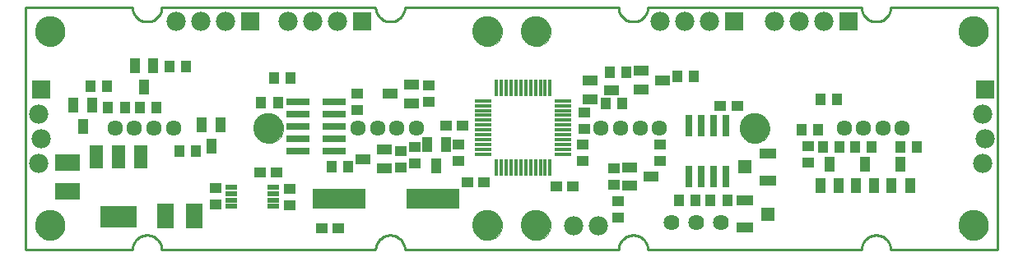
<source format=gts>
G75*
%MOIN*%
%OFA0B0*%
%FSLAX24Y24*%
%IPPOS*%
%LPD*%
%AMOC8*
5,1,8,0,0,1.08239X$1,22.5*
%
%ADD10C,0.0100*%
%ADD11C,0.0634*%
%ADD12C,0.0000*%
%ADD13C,0.1221*%
%ADD14R,0.0780X0.0780*%
%ADD15C,0.0780*%
%ADD16R,0.0473X0.0434*%
%ADD17R,0.0158X0.0670*%
%ADD18R,0.0670X0.0158*%
%ADD19R,0.0512X0.0217*%
%ADD20R,0.0520X0.0920*%
%ADD21R,0.1457X0.0906*%
%ADD22R,0.0940X0.0290*%
%ADD23R,0.0985X0.0670*%
%ADD24R,0.0670X0.0985*%
%ADD25R,0.0434X0.0473*%
%ADD26R,0.0280X0.0910*%
%ADD27R,0.0670X0.0394*%
%ADD28R,0.0552X0.0552*%
%ADD29R,0.2140X0.0800*%
%ADD30C,0.0640*%
%ADD31R,0.0434X0.0591*%
%ADD32R,0.0591X0.0434*%
D10*
X001503Y000583D02*
X001503Y010426D01*
X005834Y010426D01*
X005833Y010426D02*
X005835Y010380D01*
X005840Y010334D01*
X005849Y010288D01*
X005862Y010243D01*
X005878Y010200D01*
X005897Y010158D01*
X005920Y010117D01*
X005946Y010079D01*
X005975Y010042D01*
X006006Y010008D01*
X006040Y009977D01*
X006077Y009948D01*
X006115Y009922D01*
X006156Y009899D01*
X006198Y009880D01*
X006241Y009864D01*
X006286Y009851D01*
X006332Y009842D01*
X006378Y009837D01*
X006424Y009835D01*
X006470Y009837D01*
X006516Y009842D01*
X006562Y009851D01*
X006607Y009864D01*
X006650Y009880D01*
X006692Y009899D01*
X006733Y009922D01*
X006771Y009948D01*
X006808Y009977D01*
X006842Y010008D01*
X006873Y010042D01*
X006902Y010079D01*
X006928Y010117D01*
X006951Y010158D01*
X006970Y010200D01*
X006986Y010243D01*
X006999Y010288D01*
X007008Y010334D01*
X007013Y010380D01*
X007015Y010426D01*
X015676Y010426D01*
X015678Y010380D01*
X015683Y010334D01*
X015692Y010288D01*
X015705Y010243D01*
X015721Y010200D01*
X015740Y010158D01*
X015763Y010117D01*
X015789Y010079D01*
X015818Y010042D01*
X015849Y010008D01*
X015883Y009977D01*
X015920Y009948D01*
X015958Y009922D01*
X015999Y009899D01*
X016041Y009880D01*
X016084Y009864D01*
X016129Y009851D01*
X016175Y009842D01*
X016221Y009837D01*
X016267Y009835D01*
X016313Y009837D01*
X016359Y009842D01*
X016405Y009851D01*
X016450Y009864D01*
X016493Y009880D01*
X016535Y009899D01*
X016576Y009922D01*
X016614Y009948D01*
X016651Y009977D01*
X016685Y010008D01*
X016716Y010042D01*
X016745Y010079D01*
X016771Y010117D01*
X016794Y010158D01*
X016813Y010200D01*
X016829Y010243D01*
X016842Y010288D01*
X016851Y010334D01*
X016856Y010380D01*
X016858Y010426D01*
X016857Y010426D02*
X025519Y010426D01*
X025518Y010426D02*
X025520Y010380D01*
X025525Y010334D01*
X025534Y010288D01*
X025547Y010243D01*
X025563Y010200D01*
X025582Y010158D01*
X025605Y010117D01*
X025631Y010079D01*
X025660Y010042D01*
X025691Y010008D01*
X025725Y009977D01*
X025762Y009948D01*
X025800Y009922D01*
X025841Y009899D01*
X025883Y009880D01*
X025926Y009864D01*
X025971Y009851D01*
X026017Y009842D01*
X026063Y009837D01*
X026109Y009835D01*
X026155Y009837D01*
X026201Y009842D01*
X026247Y009851D01*
X026292Y009864D01*
X026335Y009880D01*
X026377Y009899D01*
X026418Y009922D01*
X026456Y009948D01*
X026493Y009977D01*
X026527Y010008D01*
X026558Y010042D01*
X026587Y010079D01*
X026613Y010117D01*
X026636Y010158D01*
X026655Y010200D01*
X026671Y010243D01*
X026684Y010288D01*
X026693Y010334D01*
X026698Y010380D01*
X026700Y010426D01*
X035361Y010426D01*
X035363Y010380D01*
X035368Y010334D01*
X035377Y010288D01*
X035390Y010243D01*
X035406Y010200D01*
X035425Y010158D01*
X035448Y010117D01*
X035474Y010079D01*
X035503Y010042D01*
X035534Y010008D01*
X035568Y009977D01*
X035605Y009948D01*
X035643Y009922D01*
X035684Y009899D01*
X035726Y009880D01*
X035769Y009864D01*
X035814Y009851D01*
X035860Y009842D01*
X035906Y009837D01*
X035952Y009835D01*
X035998Y009837D01*
X036044Y009842D01*
X036090Y009851D01*
X036135Y009864D01*
X036178Y009880D01*
X036220Y009899D01*
X036261Y009922D01*
X036299Y009948D01*
X036336Y009977D01*
X036370Y010008D01*
X036401Y010042D01*
X036430Y010079D01*
X036456Y010117D01*
X036479Y010158D01*
X036498Y010200D01*
X036514Y010243D01*
X036527Y010288D01*
X036536Y010334D01*
X036541Y010380D01*
X036543Y010426D01*
X036542Y010426D02*
X040873Y010426D01*
X040873Y000583D01*
X036542Y000583D01*
X036543Y000583D02*
X036541Y000629D01*
X036536Y000675D01*
X036527Y000721D01*
X036514Y000766D01*
X036498Y000809D01*
X036479Y000851D01*
X036456Y000892D01*
X036430Y000930D01*
X036401Y000967D01*
X036370Y001001D01*
X036336Y001032D01*
X036299Y001061D01*
X036261Y001087D01*
X036220Y001110D01*
X036178Y001129D01*
X036135Y001145D01*
X036090Y001158D01*
X036044Y001167D01*
X035998Y001172D01*
X035952Y001174D01*
X035906Y001172D01*
X035860Y001167D01*
X035814Y001158D01*
X035769Y001145D01*
X035726Y001129D01*
X035684Y001110D01*
X035643Y001087D01*
X035605Y001061D01*
X035568Y001032D01*
X035534Y001001D01*
X035503Y000967D01*
X035474Y000930D01*
X035448Y000892D01*
X035425Y000851D01*
X035406Y000809D01*
X035390Y000766D01*
X035377Y000721D01*
X035368Y000675D01*
X035363Y000629D01*
X035361Y000583D01*
X026700Y000583D01*
X026698Y000629D01*
X026693Y000675D01*
X026684Y000721D01*
X026671Y000766D01*
X026655Y000809D01*
X026636Y000851D01*
X026613Y000892D01*
X026587Y000930D01*
X026558Y000967D01*
X026527Y001001D01*
X026493Y001032D01*
X026456Y001061D01*
X026418Y001087D01*
X026377Y001110D01*
X026335Y001129D01*
X026292Y001145D01*
X026247Y001158D01*
X026201Y001167D01*
X026155Y001172D01*
X026109Y001174D01*
X026063Y001172D01*
X026017Y001167D01*
X025971Y001158D01*
X025926Y001145D01*
X025883Y001129D01*
X025841Y001110D01*
X025800Y001087D01*
X025762Y001061D01*
X025725Y001032D01*
X025691Y001001D01*
X025660Y000967D01*
X025631Y000930D01*
X025605Y000892D01*
X025582Y000851D01*
X025563Y000809D01*
X025547Y000766D01*
X025534Y000721D01*
X025525Y000675D01*
X025520Y000629D01*
X025518Y000583D01*
X025519Y000583D02*
X016857Y000583D01*
X016858Y000583D02*
X016856Y000629D01*
X016851Y000675D01*
X016842Y000721D01*
X016829Y000766D01*
X016813Y000809D01*
X016794Y000851D01*
X016771Y000892D01*
X016745Y000930D01*
X016716Y000967D01*
X016685Y001001D01*
X016651Y001032D01*
X016614Y001061D01*
X016576Y001087D01*
X016535Y001110D01*
X016493Y001129D01*
X016450Y001145D01*
X016405Y001158D01*
X016359Y001167D01*
X016313Y001172D01*
X016267Y001174D01*
X016221Y001172D01*
X016175Y001167D01*
X016129Y001158D01*
X016084Y001145D01*
X016041Y001129D01*
X015999Y001110D01*
X015958Y001087D01*
X015920Y001061D01*
X015883Y001032D01*
X015849Y001001D01*
X015818Y000967D01*
X015789Y000930D01*
X015763Y000892D01*
X015740Y000851D01*
X015721Y000809D01*
X015705Y000766D01*
X015692Y000721D01*
X015683Y000675D01*
X015678Y000629D01*
X015676Y000583D01*
X007015Y000583D01*
X007013Y000629D01*
X007008Y000675D01*
X006999Y000721D01*
X006986Y000766D01*
X006970Y000809D01*
X006951Y000851D01*
X006928Y000892D01*
X006902Y000930D01*
X006873Y000967D01*
X006842Y001001D01*
X006808Y001032D01*
X006771Y001061D01*
X006733Y001087D01*
X006692Y001110D01*
X006650Y001129D01*
X006607Y001145D01*
X006562Y001158D01*
X006516Y001167D01*
X006470Y001172D01*
X006424Y001174D01*
X006378Y001172D01*
X006332Y001167D01*
X006286Y001158D01*
X006241Y001145D01*
X006198Y001129D01*
X006156Y001110D01*
X006115Y001087D01*
X006077Y001061D01*
X006040Y001032D01*
X006006Y001001D01*
X005975Y000967D01*
X005946Y000930D01*
X005920Y000892D01*
X005897Y000851D01*
X005878Y000809D01*
X005862Y000766D01*
X005849Y000721D01*
X005840Y000675D01*
X005835Y000629D01*
X005833Y000583D01*
X005834Y000583D02*
X001503Y000583D01*
D11*
X005125Y005505D03*
X005912Y005505D03*
X006700Y005505D03*
X007487Y005505D03*
X014968Y005505D03*
X015755Y005505D03*
X016542Y005505D03*
X017330Y005505D03*
X024810Y005505D03*
X025597Y005505D03*
X026385Y005505D03*
X027172Y005505D03*
X034653Y005505D03*
X035440Y005505D03*
X036227Y005505D03*
X037015Y005505D03*
D12*
X030440Y005505D02*
X030442Y005553D01*
X030448Y005601D01*
X030458Y005648D01*
X030471Y005694D01*
X030489Y005739D01*
X030509Y005783D01*
X030534Y005825D01*
X030562Y005864D01*
X030592Y005901D01*
X030626Y005935D01*
X030663Y005967D01*
X030701Y005996D01*
X030742Y006021D01*
X030785Y006043D01*
X030830Y006061D01*
X030876Y006075D01*
X030923Y006086D01*
X030971Y006093D01*
X031019Y006096D01*
X031067Y006095D01*
X031115Y006090D01*
X031163Y006081D01*
X031209Y006069D01*
X031254Y006052D01*
X031298Y006032D01*
X031340Y006009D01*
X031380Y005982D01*
X031418Y005952D01*
X031453Y005919D01*
X031485Y005883D01*
X031515Y005845D01*
X031541Y005804D01*
X031563Y005761D01*
X031583Y005717D01*
X031598Y005672D01*
X031610Y005625D01*
X031618Y005577D01*
X031622Y005529D01*
X031622Y005481D01*
X031618Y005433D01*
X031610Y005385D01*
X031598Y005338D01*
X031583Y005293D01*
X031563Y005249D01*
X031541Y005206D01*
X031515Y005165D01*
X031485Y005127D01*
X031453Y005091D01*
X031418Y005058D01*
X031380Y005028D01*
X031340Y005001D01*
X031298Y004978D01*
X031254Y004958D01*
X031209Y004941D01*
X031163Y004929D01*
X031115Y004920D01*
X031067Y004915D01*
X031019Y004914D01*
X030971Y004917D01*
X030923Y004924D01*
X030876Y004935D01*
X030830Y004949D01*
X030785Y004967D01*
X030742Y004989D01*
X030701Y005014D01*
X030663Y005043D01*
X030626Y005075D01*
X030592Y005109D01*
X030562Y005146D01*
X030534Y005185D01*
X030509Y005227D01*
X030489Y005271D01*
X030471Y005316D01*
X030458Y005362D01*
X030448Y005409D01*
X030442Y005457D01*
X030440Y005505D01*
X021581Y009442D02*
X021583Y009490D01*
X021589Y009538D01*
X021599Y009585D01*
X021612Y009631D01*
X021630Y009676D01*
X021650Y009720D01*
X021675Y009762D01*
X021703Y009801D01*
X021733Y009838D01*
X021767Y009872D01*
X021804Y009904D01*
X021842Y009933D01*
X021883Y009958D01*
X021926Y009980D01*
X021971Y009998D01*
X022017Y010012D01*
X022064Y010023D01*
X022112Y010030D01*
X022160Y010033D01*
X022208Y010032D01*
X022256Y010027D01*
X022304Y010018D01*
X022350Y010006D01*
X022395Y009989D01*
X022439Y009969D01*
X022481Y009946D01*
X022521Y009919D01*
X022559Y009889D01*
X022594Y009856D01*
X022626Y009820D01*
X022656Y009782D01*
X022682Y009741D01*
X022704Y009698D01*
X022724Y009654D01*
X022739Y009609D01*
X022751Y009562D01*
X022759Y009514D01*
X022763Y009466D01*
X022763Y009418D01*
X022759Y009370D01*
X022751Y009322D01*
X022739Y009275D01*
X022724Y009230D01*
X022704Y009186D01*
X022682Y009143D01*
X022656Y009102D01*
X022626Y009064D01*
X022594Y009028D01*
X022559Y008995D01*
X022521Y008965D01*
X022481Y008938D01*
X022439Y008915D01*
X022395Y008895D01*
X022350Y008878D01*
X022304Y008866D01*
X022256Y008857D01*
X022208Y008852D01*
X022160Y008851D01*
X022112Y008854D01*
X022064Y008861D01*
X022017Y008872D01*
X021971Y008886D01*
X021926Y008904D01*
X021883Y008926D01*
X021842Y008951D01*
X021804Y008980D01*
X021767Y009012D01*
X021733Y009046D01*
X021703Y009083D01*
X021675Y009122D01*
X021650Y009164D01*
X021630Y009208D01*
X021612Y009253D01*
X021599Y009299D01*
X021589Y009346D01*
X021583Y009394D01*
X021581Y009442D01*
X019613Y009442D02*
X019615Y009490D01*
X019621Y009538D01*
X019631Y009585D01*
X019644Y009631D01*
X019662Y009676D01*
X019682Y009720D01*
X019707Y009762D01*
X019735Y009801D01*
X019765Y009838D01*
X019799Y009872D01*
X019836Y009904D01*
X019874Y009933D01*
X019915Y009958D01*
X019958Y009980D01*
X020003Y009998D01*
X020049Y010012D01*
X020096Y010023D01*
X020144Y010030D01*
X020192Y010033D01*
X020240Y010032D01*
X020288Y010027D01*
X020336Y010018D01*
X020382Y010006D01*
X020427Y009989D01*
X020471Y009969D01*
X020513Y009946D01*
X020553Y009919D01*
X020591Y009889D01*
X020626Y009856D01*
X020658Y009820D01*
X020688Y009782D01*
X020714Y009741D01*
X020736Y009698D01*
X020756Y009654D01*
X020771Y009609D01*
X020783Y009562D01*
X020791Y009514D01*
X020795Y009466D01*
X020795Y009418D01*
X020791Y009370D01*
X020783Y009322D01*
X020771Y009275D01*
X020756Y009230D01*
X020736Y009186D01*
X020714Y009143D01*
X020688Y009102D01*
X020658Y009064D01*
X020626Y009028D01*
X020591Y008995D01*
X020553Y008965D01*
X020513Y008938D01*
X020471Y008915D01*
X020427Y008895D01*
X020382Y008878D01*
X020336Y008866D01*
X020288Y008857D01*
X020240Y008852D01*
X020192Y008851D01*
X020144Y008854D01*
X020096Y008861D01*
X020049Y008872D01*
X020003Y008886D01*
X019958Y008904D01*
X019915Y008926D01*
X019874Y008951D01*
X019836Y008980D01*
X019799Y009012D01*
X019765Y009046D01*
X019735Y009083D01*
X019707Y009122D01*
X019682Y009164D01*
X019662Y009208D01*
X019644Y009253D01*
X019631Y009299D01*
X019621Y009346D01*
X019615Y009394D01*
X019613Y009442D01*
X010754Y005505D02*
X010756Y005553D01*
X010762Y005601D01*
X010772Y005648D01*
X010785Y005694D01*
X010803Y005739D01*
X010823Y005783D01*
X010848Y005825D01*
X010876Y005864D01*
X010906Y005901D01*
X010940Y005935D01*
X010977Y005967D01*
X011015Y005996D01*
X011056Y006021D01*
X011099Y006043D01*
X011144Y006061D01*
X011190Y006075D01*
X011237Y006086D01*
X011285Y006093D01*
X011333Y006096D01*
X011381Y006095D01*
X011429Y006090D01*
X011477Y006081D01*
X011523Y006069D01*
X011568Y006052D01*
X011612Y006032D01*
X011654Y006009D01*
X011694Y005982D01*
X011732Y005952D01*
X011767Y005919D01*
X011799Y005883D01*
X011829Y005845D01*
X011855Y005804D01*
X011877Y005761D01*
X011897Y005717D01*
X011912Y005672D01*
X011924Y005625D01*
X011932Y005577D01*
X011936Y005529D01*
X011936Y005481D01*
X011932Y005433D01*
X011924Y005385D01*
X011912Y005338D01*
X011897Y005293D01*
X011877Y005249D01*
X011855Y005206D01*
X011829Y005165D01*
X011799Y005127D01*
X011767Y005091D01*
X011732Y005058D01*
X011694Y005028D01*
X011654Y005001D01*
X011612Y004978D01*
X011568Y004958D01*
X011523Y004941D01*
X011477Y004929D01*
X011429Y004920D01*
X011381Y004915D01*
X011333Y004914D01*
X011285Y004917D01*
X011237Y004924D01*
X011190Y004935D01*
X011144Y004949D01*
X011099Y004967D01*
X011056Y004989D01*
X011015Y005014D01*
X010977Y005043D01*
X010940Y005075D01*
X010906Y005109D01*
X010876Y005146D01*
X010848Y005185D01*
X010823Y005227D01*
X010803Y005271D01*
X010785Y005316D01*
X010772Y005362D01*
X010762Y005409D01*
X010756Y005457D01*
X010754Y005505D01*
X001896Y009442D02*
X001898Y009490D01*
X001904Y009538D01*
X001914Y009585D01*
X001927Y009631D01*
X001945Y009676D01*
X001965Y009720D01*
X001990Y009762D01*
X002018Y009801D01*
X002048Y009838D01*
X002082Y009872D01*
X002119Y009904D01*
X002157Y009933D01*
X002198Y009958D01*
X002241Y009980D01*
X002286Y009998D01*
X002332Y010012D01*
X002379Y010023D01*
X002427Y010030D01*
X002475Y010033D01*
X002523Y010032D01*
X002571Y010027D01*
X002619Y010018D01*
X002665Y010006D01*
X002710Y009989D01*
X002754Y009969D01*
X002796Y009946D01*
X002836Y009919D01*
X002874Y009889D01*
X002909Y009856D01*
X002941Y009820D01*
X002971Y009782D01*
X002997Y009741D01*
X003019Y009698D01*
X003039Y009654D01*
X003054Y009609D01*
X003066Y009562D01*
X003074Y009514D01*
X003078Y009466D01*
X003078Y009418D01*
X003074Y009370D01*
X003066Y009322D01*
X003054Y009275D01*
X003039Y009230D01*
X003019Y009186D01*
X002997Y009143D01*
X002971Y009102D01*
X002941Y009064D01*
X002909Y009028D01*
X002874Y008995D01*
X002836Y008965D01*
X002796Y008938D01*
X002754Y008915D01*
X002710Y008895D01*
X002665Y008878D01*
X002619Y008866D01*
X002571Y008857D01*
X002523Y008852D01*
X002475Y008851D01*
X002427Y008854D01*
X002379Y008861D01*
X002332Y008872D01*
X002286Y008886D01*
X002241Y008904D01*
X002198Y008926D01*
X002157Y008951D01*
X002119Y008980D01*
X002082Y009012D01*
X002048Y009046D01*
X002018Y009083D01*
X001990Y009122D01*
X001965Y009164D01*
X001945Y009208D01*
X001927Y009253D01*
X001914Y009299D01*
X001904Y009346D01*
X001898Y009394D01*
X001896Y009442D01*
X001896Y001568D02*
X001898Y001616D01*
X001904Y001664D01*
X001914Y001711D01*
X001927Y001757D01*
X001945Y001802D01*
X001965Y001846D01*
X001990Y001888D01*
X002018Y001927D01*
X002048Y001964D01*
X002082Y001998D01*
X002119Y002030D01*
X002157Y002059D01*
X002198Y002084D01*
X002241Y002106D01*
X002286Y002124D01*
X002332Y002138D01*
X002379Y002149D01*
X002427Y002156D01*
X002475Y002159D01*
X002523Y002158D01*
X002571Y002153D01*
X002619Y002144D01*
X002665Y002132D01*
X002710Y002115D01*
X002754Y002095D01*
X002796Y002072D01*
X002836Y002045D01*
X002874Y002015D01*
X002909Y001982D01*
X002941Y001946D01*
X002971Y001908D01*
X002997Y001867D01*
X003019Y001824D01*
X003039Y001780D01*
X003054Y001735D01*
X003066Y001688D01*
X003074Y001640D01*
X003078Y001592D01*
X003078Y001544D01*
X003074Y001496D01*
X003066Y001448D01*
X003054Y001401D01*
X003039Y001356D01*
X003019Y001312D01*
X002997Y001269D01*
X002971Y001228D01*
X002941Y001190D01*
X002909Y001154D01*
X002874Y001121D01*
X002836Y001091D01*
X002796Y001064D01*
X002754Y001041D01*
X002710Y001021D01*
X002665Y001004D01*
X002619Y000992D01*
X002571Y000983D01*
X002523Y000978D01*
X002475Y000977D01*
X002427Y000980D01*
X002379Y000987D01*
X002332Y000998D01*
X002286Y001012D01*
X002241Y001030D01*
X002198Y001052D01*
X002157Y001077D01*
X002119Y001106D01*
X002082Y001138D01*
X002048Y001172D01*
X002018Y001209D01*
X001990Y001248D01*
X001965Y001290D01*
X001945Y001334D01*
X001927Y001379D01*
X001914Y001425D01*
X001904Y001472D01*
X001898Y001520D01*
X001896Y001568D01*
X019613Y001568D02*
X019615Y001616D01*
X019621Y001664D01*
X019631Y001711D01*
X019644Y001757D01*
X019662Y001802D01*
X019682Y001846D01*
X019707Y001888D01*
X019735Y001927D01*
X019765Y001964D01*
X019799Y001998D01*
X019836Y002030D01*
X019874Y002059D01*
X019915Y002084D01*
X019958Y002106D01*
X020003Y002124D01*
X020049Y002138D01*
X020096Y002149D01*
X020144Y002156D01*
X020192Y002159D01*
X020240Y002158D01*
X020288Y002153D01*
X020336Y002144D01*
X020382Y002132D01*
X020427Y002115D01*
X020471Y002095D01*
X020513Y002072D01*
X020553Y002045D01*
X020591Y002015D01*
X020626Y001982D01*
X020658Y001946D01*
X020688Y001908D01*
X020714Y001867D01*
X020736Y001824D01*
X020756Y001780D01*
X020771Y001735D01*
X020783Y001688D01*
X020791Y001640D01*
X020795Y001592D01*
X020795Y001544D01*
X020791Y001496D01*
X020783Y001448D01*
X020771Y001401D01*
X020756Y001356D01*
X020736Y001312D01*
X020714Y001269D01*
X020688Y001228D01*
X020658Y001190D01*
X020626Y001154D01*
X020591Y001121D01*
X020553Y001091D01*
X020513Y001064D01*
X020471Y001041D01*
X020427Y001021D01*
X020382Y001004D01*
X020336Y000992D01*
X020288Y000983D01*
X020240Y000978D01*
X020192Y000977D01*
X020144Y000980D01*
X020096Y000987D01*
X020049Y000998D01*
X020003Y001012D01*
X019958Y001030D01*
X019915Y001052D01*
X019874Y001077D01*
X019836Y001106D01*
X019799Y001138D01*
X019765Y001172D01*
X019735Y001209D01*
X019707Y001248D01*
X019682Y001290D01*
X019662Y001334D01*
X019644Y001379D01*
X019631Y001425D01*
X019621Y001472D01*
X019615Y001520D01*
X019613Y001568D01*
X021581Y001568D02*
X021583Y001616D01*
X021589Y001664D01*
X021599Y001711D01*
X021612Y001757D01*
X021630Y001802D01*
X021650Y001846D01*
X021675Y001888D01*
X021703Y001927D01*
X021733Y001964D01*
X021767Y001998D01*
X021804Y002030D01*
X021842Y002059D01*
X021883Y002084D01*
X021926Y002106D01*
X021971Y002124D01*
X022017Y002138D01*
X022064Y002149D01*
X022112Y002156D01*
X022160Y002159D01*
X022208Y002158D01*
X022256Y002153D01*
X022304Y002144D01*
X022350Y002132D01*
X022395Y002115D01*
X022439Y002095D01*
X022481Y002072D01*
X022521Y002045D01*
X022559Y002015D01*
X022594Y001982D01*
X022626Y001946D01*
X022656Y001908D01*
X022682Y001867D01*
X022704Y001824D01*
X022724Y001780D01*
X022739Y001735D01*
X022751Y001688D01*
X022759Y001640D01*
X022763Y001592D01*
X022763Y001544D01*
X022759Y001496D01*
X022751Y001448D01*
X022739Y001401D01*
X022724Y001356D01*
X022704Y001312D01*
X022682Y001269D01*
X022656Y001228D01*
X022626Y001190D01*
X022594Y001154D01*
X022559Y001121D01*
X022521Y001091D01*
X022481Y001064D01*
X022439Y001041D01*
X022395Y001021D01*
X022350Y001004D01*
X022304Y000992D01*
X022256Y000983D01*
X022208Y000978D01*
X022160Y000977D01*
X022112Y000980D01*
X022064Y000987D01*
X022017Y000998D01*
X021971Y001012D01*
X021926Y001030D01*
X021883Y001052D01*
X021842Y001077D01*
X021804Y001106D01*
X021767Y001138D01*
X021733Y001172D01*
X021703Y001209D01*
X021675Y001248D01*
X021650Y001290D01*
X021630Y001334D01*
X021612Y001379D01*
X021599Y001425D01*
X021589Y001472D01*
X021583Y001520D01*
X021581Y001568D01*
X039298Y001568D02*
X039300Y001616D01*
X039306Y001664D01*
X039316Y001711D01*
X039329Y001757D01*
X039347Y001802D01*
X039367Y001846D01*
X039392Y001888D01*
X039420Y001927D01*
X039450Y001964D01*
X039484Y001998D01*
X039521Y002030D01*
X039559Y002059D01*
X039600Y002084D01*
X039643Y002106D01*
X039688Y002124D01*
X039734Y002138D01*
X039781Y002149D01*
X039829Y002156D01*
X039877Y002159D01*
X039925Y002158D01*
X039973Y002153D01*
X040021Y002144D01*
X040067Y002132D01*
X040112Y002115D01*
X040156Y002095D01*
X040198Y002072D01*
X040238Y002045D01*
X040276Y002015D01*
X040311Y001982D01*
X040343Y001946D01*
X040373Y001908D01*
X040399Y001867D01*
X040421Y001824D01*
X040441Y001780D01*
X040456Y001735D01*
X040468Y001688D01*
X040476Y001640D01*
X040480Y001592D01*
X040480Y001544D01*
X040476Y001496D01*
X040468Y001448D01*
X040456Y001401D01*
X040441Y001356D01*
X040421Y001312D01*
X040399Y001269D01*
X040373Y001228D01*
X040343Y001190D01*
X040311Y001154D01*
X040276Y001121D01*
X040238Y001091D01*
X040198Y001064D01*
X040156Y001041D01*
X040112Y001021D01*
X040067Y001004D01*
X040021Y000992D01*
X039973Y000983D01*
X039925Y000978D01*
X039877Y000977D01*
X039829Y000980D01*
X039781Y000987D01*
X039734Y000998D01*
X039688Y001012D01*
X039643Y001030D01*
X039600Y001052D01*
X039559Y001077D01*
X039521Y001106D01*
X039484Y001138D01*
X039450Y001172D01*
X039420Y001209D01*
X039392Y001248D01*
X039367Y001290D01*
X039347Y001334D01*
X039329Y001379D01*
X039316Y001425D01*
X039306Y001472D01*
X039300Y001520D01*
X039298Y001568D01*
X039298Y009442D02*
X039300Y009490D01*
X039306Y009538D01*
X039316Y009585D01*
X039329Y009631D01*
X039347Y009676D01*
X039367Y009720D01*
X039392Y009762D01*
X039420Y009801D01*
X039450Y009838D01*
X039484Y009872D01*
X039521Y009904D01*
X039559Y009933D01*
X039600Y009958D01*
X039643Y009980D01*
X039688Y009998D01*
X039734Y010012D01*
X039781Y010023D01*
X039829Y010030D01*
X039877Y010033D01*
X039925Y010032D01*
X039973Y010027D01*
X040021Y010018D01*
X040067Y010006D01*
X040112Y009989D01*
X040156Y009969D01*
X040198Y009946D01*
X040238Y009919D01*
X040276Y009889D01*
X040311Y009856D01*
X040343Y009820D01*
X040373Y009782D01*
X040399Y009741D01*
X040421Y009698D01*
X040441Y009654D01*
X040456Y009609D01*
X040468Y009562D01*
X040476Y009514D01*
X040480Y009466D01*
X040480Y009418D01*
X040476Y009370D01*
X040468Y009322D01*
X040456Y009275D01*
X040441Y009230D01*
X040421Y009186D01*
X040399Y009143D01*
X040373Y009102D01*
X040343Y009064D01*
X040311Y009028D01*
X040276Y008995D01*
X040238Y008965D01*
X040198Y008938D01*
X040156Y008915D01*
X040112Y008895D01*
X040067Y008878D01*
X040021Y008866D01*
X039973Y008857D01*
X039925Y008852D01*
X039877Y008851D01*
X039829Y008854D01*
X039781Y008861D01*
X039734Y008872D01*
X039688Y008886D01*
X039643Y008904D01*
X039600Y008926D01*
X039559Y008951D01*
X039521Y008980D01*
X039484Y009012D01*
X039450Y009046D01*
X039420Y009083D01*
X039392Y009122D01*
X039367Y009164D01*
X039347Y009208D01*
X039329Y009253D01*
X039316Y009299D01*
X039306Y009346D01*
X039300Y009394D01*
X039298Y009442D01*
D13*
X039889Y009442D03*
X031031Y005505D03*
X022172Y009442D03*
X020204Y009442D03*
X011345Y005505D03*
X002487Y009442D03*
X002487Y001568D03*
X020204Y001568D03*
X022172Y001568D03*
X039889Y001568D03*
D14*
X040353Y007083D03*
X034823Y009863D03*
X030183Y009863D03*
X015143Y009863D03*
X010583Y009863D03*
X002133Y007083D03*
D15*
X002033Y006083D03*
X002133Y005083D03*
X002033Y004083D03*
X007583Y009863D03*
X008583Y009863D03*
X009583Y009863D03*
X012143Y009863D03*
X013143Y009863D03*
X014143Y009863D03*
X027183Y009863D03*
X028183Y009863D03*
X029183Y009863D03*
X031823Y009863D03*
X032823Y009863D03*
X033823Y009863D03*
X040253Y006083D03*
X040353Y005083D03*
X040253Y004083D03*
X024683Y001550D03*
X023683Y001550D03*
D16*
X025503Y001889D03*
X025503Y002558D03*
X025343Y003209D03*
X023678Y003143D03*
X023008Y003143D03*
X025343Y003878D03*
X024063Y004169D03*
X024063Y004838D03*
X024123Y005489D03*
X024123Y006158D03*
X027183Y004838D03*
X027183Y004169D03*
X033203Y004129D03*
X033203Y004798D03*
X030318Y006423D03*
X029648Y006423D03*
X020078Y003303D03*
X019408Y003303D03*
X017263Y004089D03*
X016703Y003929D03*
X016703Y004598D03*
X017263Y004758D03*
X019023Y004838D03*
X019023Y004169D03*
X019198Y005623D03*
X018528Y005623D03*
X017825Y006569D03*
X017825Y007238D03*
X014943Y006918D03*
X014943Y006249D03*
X011678Y003703D03*
X011008Y003703D03*
X012203Y003038D03*
X012203Y002369D03*
X013488Y001463D03*
X014158Y001463D03*
X009203Y002409D03*
X009203Y003078D03*
D17*
X020580Y003929D03*
X020777Y003929D03*
X020974Y003929D03*
X021171Y003929D03*
X021368Y003929D03*
X021565Y003929D03*
X021761Y003929D03*
X021958Y003929D03*
X022155Y003929D03*
X022352Y003929D03*
X022549Y003929D03*
X022746Y003929D03*
X022746Y007158D03*
X022549Y007158D03*
X022352Y007158D03*
X022155Y007158D03*
X021958Y007158D03*
X021761Y007158D03*
X021565Y007158D03*
X021368Y007158D03*
X021171Y007158D03*
X020974Y007158D03*
X020777Y007158D03*
X020580Y007158D03*
D18*
X020049Y006626D03*
X020049Y006429D03*
X020049Y006232D03*
X020049Y006036D03*
X020049Y005839D03*
X020049Y005642D03*
X020049Y005445D03*
X020049Y005248D03*
X020049Y005051D03*
X020049Y004854D03*
X020049Y004658D03*
X020049Y004461D03*
X023277Y004461D03*
X023277Y004658D03*
X023277Y004854D03*
X023277Y005051D03*
X023277Y005248D03*
X023277Y005445D03*
X023277Y005642D03*
X023277Y005839D03*
X023277Y006036D03*
X023277Y006232D03*
X023277Y006429D03*
X023277Y006626D03*
D19*
X011535Y003103D03*
X011535Y002847D03*
X011535Y002591D03*
X011535Y002335D03*
X009823Y002335D03*
X009823Y002591D03*
X009823Y002847D03*
X009823Y003103D03*
D20*
X006173Y004363D03*
X005263Y004363D03*
X004353Y004363D03*
D21*
X005263Y001923D03*
D22*
X012539Y004597D03*
X013989Y004597D03*
X013989Y005097D03*
X012539Y005097D03*
X012539Y005597D03*
X013989Y005597D03*
X013989Y006097D03*
X012539Y006097D03*
X012539Y006597D03*
X013989Y006597D03*
D23*
X003183Y004134D03*
X003183Y002953D03*
D24*
X007152Y001943D03*
X008334Y001943D03*
D25*
X013888Y003943D03*
X014558Y003943D03*
X008398Y004583D03*
X007728Y004583D03*
X006798Y006343D03*
X006128Y006343D03*
X005518Y006343D03*
X004848Y006343D03*
X004798Y007223D03*
X004128Y007223D03*
X007328Y008023D03*
X007998Y008023D03*
X011568Y007543D03*
X012238Y007543D03*
X011718Y006543D03*
X011048Y006543D03*
X025008Y006503D03*
X025678Y006503D03*
X027888Y007623D03*
X028558Y007623D03*
X025838Y007783D03*
X025168Y007783D03*
X032928Y005463D03*
X033598Y005463D03*
X033808Y004743D03*
X034478Y004743D03*
X035088Y004743D03*
X035758Y004743D03*
X036928Y004743D03*
X037598Y004743D03*
X034358Y006683D03*
X033688Y006683D03*
X029918Y002583D03*
X029248Y002583D03*
X028638Y002583D03*
X027968Y002583D03*
D26*
X028353Y003553D03*
X028853Y003553D03*
X029353Y003553D03*
X029853Y003553D03*
X029853Y005613D03*
X029353Y005613D03*
X028853Y005613D03*
X028353Y005613D03*
D27*
X031581Y004495D03*
X031581Y003392D03*
X030625Y002575D03*
X030625Y001472D03*
D28*
X031581Y002023D03*
X030625Y003943D03*
D29*
X018003Y002663D03*
X014203Y002663D03*
D30*
X027654Y001670D03*
X028654Y001670D03*
X029654Y001670D03*
D31*
X033689Y003190D03*
X034437Y003190D03*
X035129Y003190D03*
X035877Y003190D03*
X036569Y003190D03*
X037317Y003190D03*
X036943Y004056D03*
X035503Y004056D03*
X034063Y004056D03*
X018517Y004856D03*
X017769Y004856D03*
X018143Y003990D03*
X009397Y005656D03*
X008649Y005656D03*
X009023Y004790D03*
X003823Y005590D03*
X004197Y006456D03*
X003449Y006456D03*
X006303Y007190D03*
X006677Y008056D03*
X005929Y008056D03*
D32*
X016270Y006903D03*
X017136Y006529D03*
X017136Y007277D03*
X024350Y007437D03*
X025216Y007063D03*
X024350Y006689D03*
X026430Y007089D03*
X027296Y007463D03*
X026430Y007837D03*
X016016Y004637D03*
X015150Y004263D03*
X016016Y003889D03*
X025950Y003917D03*
X026816Y003543D03*
X025950Y003169D03*
M02*

</source>
